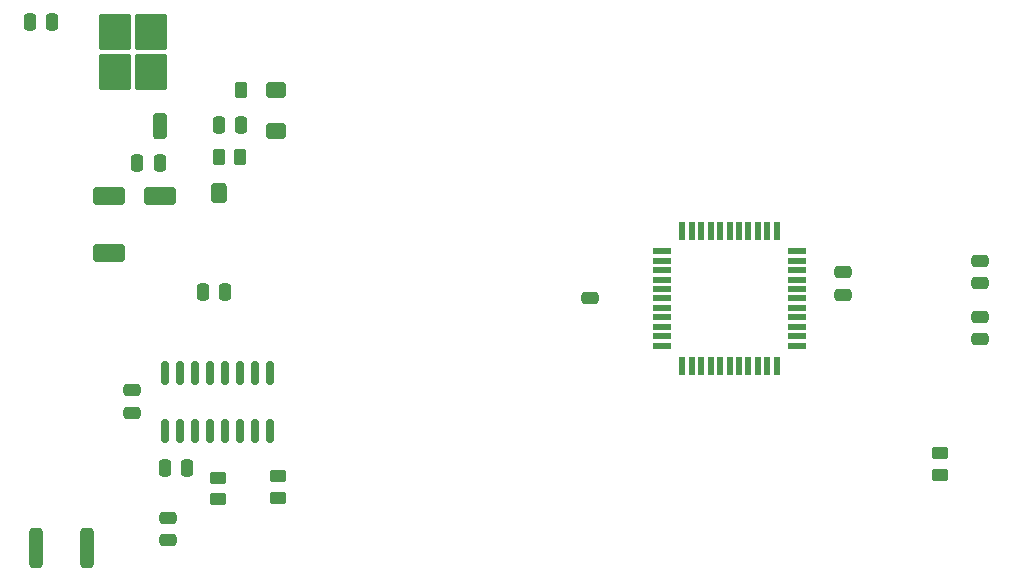
<source format=gbr>
%TF.GenerationSoftware,KiCad,Pcbnew,8.0.4*%
%TF.CreationDate,2024-09-09T16:31:09-03:00*%
%TF.ProjectId,Esquem_tico_V1,45737175-656d-4e17-9469-636f5f56312e,rev?*%
%TF.SameCoordinates,Original*%
%TF.FileFunction,Paste,Top*%
%TF.FilePolarity,Positive*%
%FSLAX46Y46*%
G04 Gerber Fmt 4.6, Leading zero omitted, Abs format (unit mm)*
G04 Created by KiCad (PCBNEW 8.0.4) date 2024-09-09 16:31:09*
%MOMM*%
%LPD*%
G01*
G04 APERTURE LIST*
G04 Aperture macros list*
%AMRoundRect*
0 Rectangle with rounded corners*
0 $1 Rounding radius*
0 $2 $3 $4 $5 $6 $7 $8 $9 X,Y pos of 4 corners*
0 Add a 4 corners polygon primitive as box body*
4,1,4,$2,$3,$4,$5,$6,$7,$8,$9,$2,$3,0*
0 Add four circle primitives for the rounded corners*
1,1,$1+$1,$2,$3*
1,1,$1+$1,$4,$5*
1,1,$1+$1,$6,$7*
1,1,$1+$1,$8,$9*
0 Add four rect primitives between the rounded corners*
20,1,$1+$1,$2,$3,$4,$5,0*
20,1,$1+$1,$4,$5,$6,$7,0*
20,1,$1+$1,$6,$7,$8,$9,0*
20,1,$1+$1,$8,$9,$2,$3,0*%
G04 Aperture macros list end*
%ADD10RoundRect,0.250000X-0.450000X0.262500X-0.450000X-0.262500X0.450000X-0.262500X0.450000X0.262500X0*%
%ADD11RoundRect,0.250000X-0.262500X-0.450000X0.262500X-0.450000X0.262500X0.450000X-0.262500X0.450000X0*%
%ADD12RoundRect,0.150000X0.150000X-0.825000X0.150000X0.825000X-0.150000X0.825000X-0.150000X-0.825000X0*%
%ADD13RoundRect,0.250000X0.250000X0.475000X-0.250000X0.475000X-0.250000X-0.475000X0.250000X-0.475000X0*%
%ADD14RoundRect,0.250000X-0.250000X-0.475000X0.250000X-0.475000X0.250000X0.475000X-0.250000X0.475000X0*%
%ADD15RoundRect,0.250000X0.400000X0.600000X-0.400000X0.600000X-0.400000X-0.600000X0.400000X-0.600000X0*%
%ADD16RoundRect,0.250000X0.475000X-0.250000X0.475000X0.250000X-0.475000X0.250000X-0.475000X-0.250000X0*%
%ADD17RoundRect,0.250000X1.100000X-0.500000X1.100000X0.500000X-1.100000X0.500000X-1.100000X-0.500000X0*%
%ADD18RoundRect,0.250000X0.262500X0.450000X-0.262500X0.450000X-0.262500X-0.450000X0.262500X-0.450000X0*%
%ADD19RoundRect,0.250000X-0.475000X0.250000X-0.475000X-0.250000X0.475000X-0.250000X0.475000X0.250000X0*%
%ADD20RoundRect,0.250000X-0.600000X0.400000X-0.600000X-0.400000X0.600000X-0.400000X0.600000X0.400000X0*%
%ADD21RoundRect,0.250000X0.312500X1.450000X-0.312500X1.450000X-0.312500X-1.450000X0.312500X-1.450000X0*%
%ADD22RoundRect,0.250000X1.125000X-1.275000X1.125000X1.275000X-1.125000X1.275000X-1.125000X-1.275000X0*%
%ADD23RoundRect,0.250000X0.350000X-0.850000X0.350000X0.850000X-0.350000X0.850000X-0.350000X-0.850000X0*%
%ADD24R,1.500000X0.550000*%
%ADD25R,0.550000X1.500000*%
G04 APERTURE END LIST*
D10*
%TO.C,R3*%
X128960000Y-102267500D03*
X128960000Y-104092500D03*
%TD*%
D11*
%TO.C,R1*%
X129047500Y-75090000D03*
X130872500Y-75090000D03*
%TD*%
D12*
%TO.C,U3*%
X124500000Y-98350000D03*
X125770000Y-98350000D03*
X127040000Y-98350000D03*
X128310000Y-98350000D03*
X129580000Y-98350000D03*
X130850000Y-98350000D03*
X132120000Y-98350000D03*
X133390000Y-98350000D03*
X133390000Y-93400000D03*
X132120000Y-93400000D03*
X130850000Y-93400000D03*
X129580000Y-93400000D03*
X128310000Y-93400000D03*
X127040000Y-93400000D03*
X125770000Y-93400000D03*
X124500000Y-93400000D03*
%TD*%
D13*
%TO.C,C3*%
X129610000Y-86570000D03*
X127710000Y-86570000D03*
%TD*%
D14*
%TO.C,C10*%
X124500000Y-101430000D03*
X126400000Y-101430000D03*
%TD*%
%TO.C,C4*%
X129050000Y-72370000D03*
X130950000Y-72370000D03*
%TD*%
D15*
%TO.C,D4*%
X129047500Y-78200000D03*
%TD*%
D16*
%TO.C,C12*%
X193490000Y-90550000D03*
X193490000Y-88650000D03*
%TD*%
D17*
%TO.C,D5*%
X119750000Y-83207500D03*
X119750000Y-78407500D03*
%TD*%
D13*
%TO.C,C1*%
X114984887Y-63670000D03*
X113084887Y-63670000D03*
%TD*%
D18*
%TO.C,R2*%
X130932500Y-69420000D03*
%TD*%
D16*
%TO.C,C6*%
X160530000Y-87080000D03*
%TD*%
D19*
%TO.C,C8*%
X193490000Y-83880000D03*
X193490000Y-85780000D03*
%TD*%
D20*
%TO.C,D2*%
X133920000Y-69402500D03*
X133920000Y-72902500D03*
%TD*%
D19*
%TO.C,C9*%
X124750000Y-105680000D03*
X124750000Y-107580000D03*
%TD*%
D10*
%TO.C,R5*%
X190120000Y-100207500D03*
X190120000Y-102032500D03*
%TD*%
D17*
%TO.C,D1*%
X124075000Y-78382500D03*
%TD*%
D19*
%TO.C,C11*%
X121720000Y-94860000D03*
X121720000Y-96760000D03*
%TD*%
D10*
%TO.C,R4*%
X134080000Y-102157500D03*
X134080000Y-103982500D03*
%TD*%
D16*
%TO.C,C7*%
X181950000Y-86790000D03*
X181950000Y-84890000D03*
%TD*%
D21*
%TO.C,F1*%
X117897500Y-108220000D03*
X113622500Y-108220000D03*
%TD*%
D22*
%TO.C,U1*%
X120265000Y-67885000D03*
X123315000Y-67885000D03*
X120265000Y-64535000D03*
X123315000Y-64535000D03*
D23*
X124070000Y-72510000D03*
%TD*%
D24*
%TO.C,U2*%
X166610000Y-83090000D03*
X166610000Y-83890000D03*
X166610000Y-84690000D03*
X166610000Y-85490000D03*
X166610000Y-86290000D03*
X166610000Y-87090000D03*
X166610000Y-87890000D03*
X166610000Y-88690000D03*
X166610000Y-89490000D03*
X166610000Y-90290000D03*
X166610000Y-91090000D03*
D25*
X168310000Y-92790000D03*
X169110000Y-92790000D03*
X169910000Y-92790000D03*
X170710000Y-92790000D03*
X171510000Y-92790000D03*
X172310000Y-92790000D03*
X173110000Y-92790000D03*
X173910000Y-92790000D03*
X174710000Y-92790000D03*
X175510000Y-92790000D03*
X176310000Y-92790000D03*
D24*
X178010000Y-91090000D03*
X178010000Y-90290000D03*
X178010000Y-89490000D03*
X178010000Y-88690000D03*
X178010000Y-87890000D03*
X178010000Y-87090000D03*
X178010000Y-86290000D03*
X178010000Y-85490000D03*
X178010000Y-84690000D03*
X178010000Y-83890000D03*
X178010000Y-83090000D03*
D25*
X176310000Y-81390000D03*
X175510000Y-81390000D03*
X174710000Y-81390000D03*
X173910000Y-81390000D03*
X173110000Y-81390000D03*
X172310000Y-81390000D03*
X171510000Y-81390000D03*
X170710000Y-81390000D03*
X169910000Y-81390000D03*
X169110000Y-81390000D03*
X168310000Y-81390000D03*
%TD*%
D13*
%TO.C,C5*%
X124070000Y-75630000D03*
X122170000Y-75630000D03*
%TD*%
M02*

</source>
